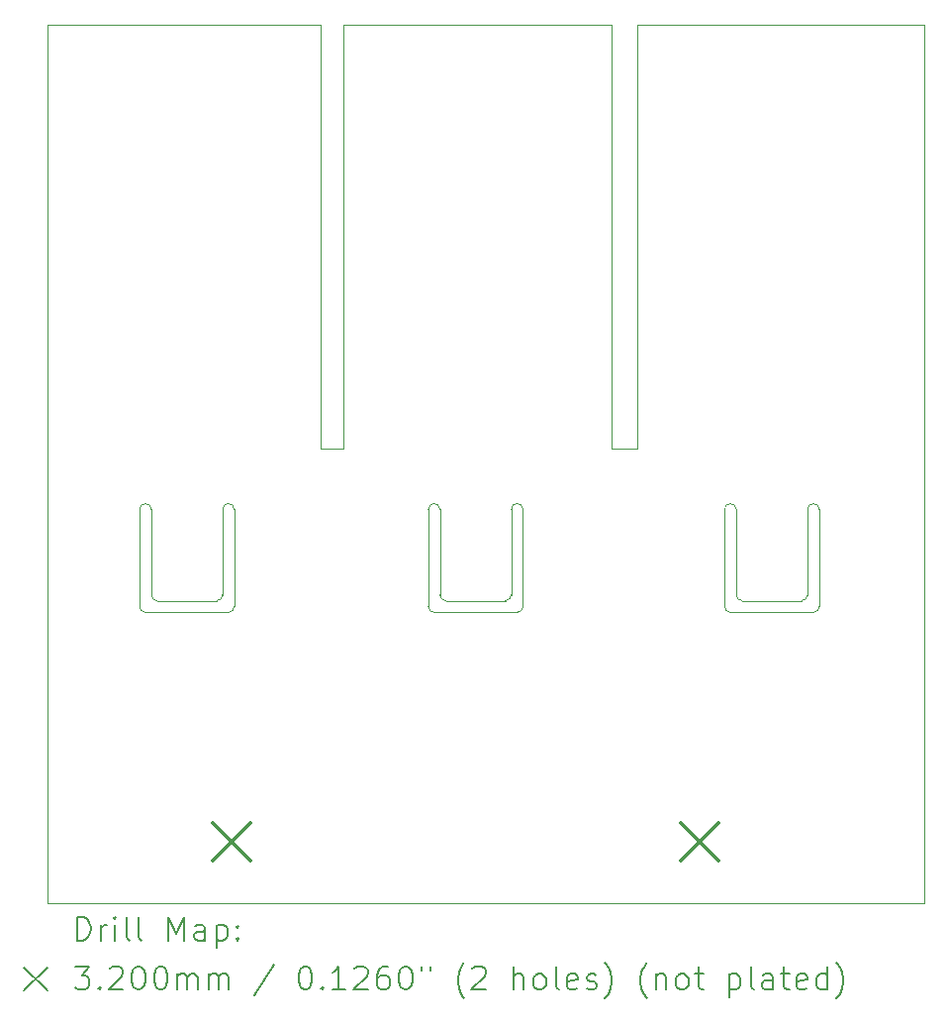
<source format=gbr>
%FSLAX45Y45*%
G04 Gerber Fmt 4.5, Leading zero omitted, Abs format (unit mm)*
G04 Created by KiCad (PCBNEW (6.0.6)) date 2022-08-29 09:34:28*
%MOMM*%
%LPD*%
G01*
G04 APERTURE LIST*
%TA.AperFunction,Profile*%
%ADD10C,0.100000*%
%TD*%
%ADD11C,0.200000*%
%ADD12C,0.320000*%
G04 APERTURE END LIST*
D10*
X5704000Y-7290000D02*
X6414000Y-7290000D01*
X2397760Y-9677400D02*
X2397760Y-9779000D01*
X5804000Y-7190000D02*
X6314000Y-7190000D01*
X8899000Y-6410000D02*
X8899000Y-7140000D01*
X3894000Y-6410000D02*
X3894000Y-7140000D01*
X5654000Y-7240000D02*
G75*
G03*
X5704000Y-7290000I50000J0D01*
G01*
X8289000Y-6410000D02*
G75*
G03*
X8189000Y-6410000I-50000J0D01*
G01*
X2397760Y-9677400D02*
X2397760Y-8544560D01*
X6464000Y-6410000D02*
X6464000Y-7240000D01*
X6364000Y-6410000D02*
X6364000Y-7140000D01*
X3334000Y-7190000D02*
X3844000Y-7190000D01*
X3284000Y-7140000D02*
G75*
G03*
X3334000Y-7190000I50000J0D01*
G01*
X3184000Y-7240000D02*
G75*
G03*
X3234000Y-7290000I50000J0D01*
G01*
X3844000Y-7190000D02*
G75*
G03*
X3894000Y-7140000I0J50000D01*
G01*
X3284000Y-6410000D02*
X3284000Y-7140000D01*
X4730000Y-5890000D02*
X4930000Y-5890000D01*
X3994000Y-6410000D02*
G75*
G03*
X3894000Y-6410000I-50000J0D01*
G01*
X8949000Y-7290000D02*
G75*
G03*
X8999000Y-7240000I0J50000D01*
G01*
X7220000Y-5890000D02*
X7440000Y-5890000D01*
X2397760Y-2270000D02*
X4730000Y-2270000D01*
X3234000Y-7290000D02*
X3944000Y-7290000D01*
X8239000Y-7290000D02*
X8949000Y-7290000D01*
X7220000Y-2270000D02*
X7220000Y-5890000D01*
X8189000Y-6410000D02*
X8189000Y-7240000D01*
X9900920Y-2270000D02*
X9900920Y-9677400D01*
X3184000Y-6410000D02*
X3184000Y-7240000D01*
X4730000Y-2270000D02*
X4730000Y-5890000D01*
X9900920Y-9677400D02*
X9900920Y-9779000D01*
X3994000Y-6410000D02*
X3994000Y-7240000D01*
X3944000Y-7290000D02*
G75*
G03*
X3994000Y-7240000I0J50000D01*
G01*
X5654000Y-6410000D02*
X5654000Y-7240000D01*
X7440000Y-5890000D02*
X7440000Y-2270000D01*
X3284000Y-6410000D02*
G75*
G03*
X3184000Y-6410000I-50000J0D01*
G01*
X5754000Y-7140000D02*
G75*
G03*
X5804000Y-7190000I50000J0D01*
G01*
X6414000Y-7290000D02*
G75*
G03*
X6464000Y-7240000I0J50000D01*
G01*
X8999000Y-6410000D02*
G75*
G03*
X8899000Y-6410000I-50000J0D01*
G01*
X8999000Y-6410000D02*
X8999000Y-7240000D01*
X5754000Y-6410000D02*
X5754000Y-7140000D01*
X8289000Y-7140000D02*
G75*
G03*
X8339000Y-7190000I50000J0D01*
G01*
X9900920Y-9779000D02*
X2397760Y-9779000D01*
X8289000Y-6410000D02*
X8289000Y-7140000D01*
X6314000Y-7190000D02*
G75*
G03*
X6364000Y-7140000I0J50000D01*
G01*
X6464000Y-6410000D02*
G75*
G03*
X6364000Y-6410000I-50000J0D01*
G01*
X4930000Y-2270000D02*
X7220000Y-2270000D01*
X8339000Y-7190000D02*
X8849000Y-7190000D01*
X5754000Y-6410000D02*
G75*
G03*
X5654000Y-6410000I-50000J0D01*
G01*
X8849000Y-7190000D02*
G75*
G03*
X8899000Y-7140000I0J50000D01*
G01*
X7440000Y-2270000D02*
X9900920Y-2270000D01*
X4930000Y-5890000D02*
X4930000Y-2270000D01*
X8189000Y-7240000D02*
G75*
G03*
X8239000Y-7290000I50000J0D01*
G01*
X2397760Y-8544560D02*
X2397760Y-2270000D01*
D11*
D12*
X3810020Y-9088140D02*
X4130020Y-9408140D01*
X4130020Y-9088140D02*
X3810020Y-9408140D01*
X7813060Y-9088140D02*
X8133060Y-9408140D01*
X8133060Y-9088140D02*
X7813060Y-9408140D01*
D11*
X2650379Y-10094476D02*
X2650379Y-9894476D01*
X2697998Y-9894476D01*
X2726570Y-9904000D01*
X2745617Y-9923048D01*
X2755141Y-9942095D01*
X2764665Y-9980190D01*
X2764665Y-10008762D01*
X2755141Y-10046857D01*
X2745617Y-10065905D01*
X2726570Y-10084952D01*
X2697998Y-10094476D01*
X2650379Y-10094476D01*
X2850379Y-10094476D02*
X2850379Y-9961143D01*
X2850379Y-9999238D02*
X2859903Y-9980190D01*
X2869427Y-9970667D01*
X2888474Y-9961143D01*
X2907522Y-9961143D01*
X2974188Y-10094476D02*
X2974188Y-9961143D01*
X2974188Y-9894476D02*
X2964665Y-9904000D01*
X2974188Y-9913524D01*
X2983712Y-9904000D01*
X2974188Y-9894476D01*
X2974188Y-9913524D01*
X3097998Y-10094476D02*
X3078950Y-10084952D01*
X3069427Y-10065905D01*
X3069427Y-9894476D01*
X3202760Y-10094476D02*
X3183712Y-10084952D01*
X3174188Y-10065905D01*
X3174188Y-9894476D01*
X3431331Y-10094476D02*
X3431331Y-9894476D01*
X3497998Y-10037333D01*
X3564665Y-9894476D01*
X3564665Y-10094476D01*
X3745617Y-10094476D02*
X3745617Y-9989714D01*
X3736093Y-9970667D01*
X3717046Y-9961143D01*
X3678950Y-9961143D01*
X3659903Y-9970667D01*
X3745617Y-10084952D02*
X3726569Y-10094476D01*
X3678950Y-10094476D01*
X3659903Y-10084952D01*
X3650379Y-10065905D01*
X3650379Y-10046857D01*
X3659903Y-10027810D01*
X3678950Y-10018286D01*
X3726569Y-10018286D01*
X3745617Y-10008762D01*
X3840855Y-9961143D02*
X3840855Y-10161143D01*
X3840855Y-9970667D02*
X3859903Y-9961143D01*
X3897998Y-9961143D01*
X3917046Y-9970667D01*
X3926569Y-9980190D01*
X3936093Y-9999238D01*
X3936093Y-10056381D01*
X3926569Y-10075429D01*
X3917046Y-10084952D01*
X3897998Y-10094476D01*
X3859903Y-10094476D01*
X3840855Y-10084952D01*
X4021808Y-10075429D02*
X4031331Y-10084952D01*
X4021808Y-10094476D01*
X4012284Y-10084952D01*
X4021808Y-10075429D01*
X4021808Y-10094476D01*
X4021808Y-9970667D02*
X4031331Y-9980190D01*
X4021808Y-9989714D01*
X4012284Y-9980190D01*
X4021808Y-9970667D01*
X4021808Y-9989714D01*
X2192760Y-10324000D02*
X2392760Y-10524000D01*
X2392760Y-10324000D02*
X2192760Y-10524000D01*
X2631331Y-10314476D02*
X2755141Y-10314476D01*
X2688474Y-10390667D01*
X2717046Y-10390667D01*
X2736093Y-10400190D01*
X2745617Y-10409714D01*
X2755141Y-10428762D01*
X2755141Y-10476381D01*
X2745617Y-10495429D01*
X2736093Y-10504952D01*
X2717046Y-10514476D01*
X2659903Y-10514476D01*
X2640855Y-10504952D01*
X2631331Y-10495429D01*
X2840855Y-10495429D02*
X2850379Y-10504952D01*
X2840855Y-10514476D01*
X2831331Y-10504952D01*
X2840855Y-10495429D01*
X2840855Y-10514476D01*
X2926569Y-10333524D02*
X2936093Y-10324000D01*
X2955141Y-10314476D01*
X3002760Y-10314476D01*
X3021808Y-10324000D01*
X3031331Y-10333524D01*
X3040855Y-10352571D01*
X3040855Y-10371619D01*
X3031331Y-10400190D01*
X2917046Y-10514476D01*
X3040855Y-10514476D01*
X3164665Y-10314476D02*
X3183712Y-10314476D01*
X3202760Y-10324000D01*
X3212284Y-10333524D01*
X3221808Y-10352571D01*
X3231331Y-10390667D01*
X3231331Y-10438286D01*
X3221808Y-10476381D01*
X3212284Y-10495429D01*
X3202760Y-10504952D01*
X3183712Y-10514476D01*
X3164665Y-10514476D01*
X3145617Y-10504952D01*
X3136093Y-10495429D01*
X3126569Y-10476381D01*
X3117046Y-10438286D01*
X3117046Y-10390667D01*
X3126569Y-10352571D01*
X3136093Y-10333524D01*
X3145617Y-10324000D01*
X3164665Y-10314476D01*
X3355141Y-10314476D02*
X3374188Y-10314476D01*
X3393236Y-10324000D01*
X3402760Y-10333524D01*
X3412284Y-10352571D01*
X3421808Y-10390667D01*
X3421808Y-10438286D01*
X3412284Y-10476381D01*
X3402760Y-10495429D01*
X3393236Y-10504952D01*
X3374188Y-10514476D01*
X3355141Y-10514476D01*
X3336093Y-10504952D01*
X3326569Y-10495429D01*
X3317046Y-10476381D01*
X3307522Y-10438286D01*
X3307522Y-10390667D01*
X3317046Y-10352571D01*
X3326569Y-10333524D01*
X3336093Y-10324000D01*
X3355141Y-10314476D01*
X3507522Y-10514476D02*
X3507522Y-10381143D01*
X3507522Y-10400190D02*
X3517046Y-10390667D01*
X3536093Y-10381143D01*
X3564665Y-10381143D01*
X3583712Y-10390667D01*
X3593236Y-10409714D01*
X3593236Y-10514476D01*
X3593236Y-10409714D02*
X3602760Y-10390667D01*
X3621808Y-10381143D01*
X3650379Y-10381143D01*
X3669427Y-10390667D01*
X3678950Y-10409714D01*
X3678950Y-10514476D01*
X3774188Y-10514476D02*
X3774188Y-10381143D01*
X3774188Y-10400190D02*
X3783712Y-10390667D01*
X3802760Y-10381143D01*
X3831331Y-10381143D01*
X3850379Y-10390667D01*
X3859903Y-10409714D01*
X3859903Y-10514476D01*
X3859903Y-10409714D02*
X3869427Y-10390667D01*
X3888474Y-10381143D01*
X3917046Y-10381143D01*
X3936093Y-10390667D01*
X3945617Y-10409714D01*
X3945617Y-10514476D01*
X4336093Y-10304952D02*
X4164665Y-10562095D01*
X4593236Y-10314476D02*
X4612284Y-10314476D01*
X4631331Y-10324000D01*
X4640855Y-10333524D01*
X4650379Y-10352571D01*
X4659903Y-10390667D01*
X4659903Y-10438286D01*
X4650379Y-10476381D01*
X4640855Y-10495429D01*
X4631331Y-10504952D01*
X4612284Y-10514476D01*
X4593236Y-10514476D01*
X4574189Y-10504952D01*
X4564665Y-10495429D01*
X4555141Y-10476381D01*
X4545617Y-10438286D01*
X4545617Y-10390667D01*
X4555141Y-10352571D01*
X4564665Y-10333524D01*
X4574189Y-10324000D01*
X4593236Y-10314476D01*
X4745617Y-10495429D02*
X4755141Y-10504952D01*
X4745617Y-10514476D01*
X4736093Y-10504952D01*
X4745617Y-10495429D01*
X4745617Y-10514476D01*
X4945617Y-10514476D02*
X4831331Y-10514476D01*
X4888474Y-10514476D02*
X4888474Y-10314476D01*
X4869427Y-10343048D01*
X4850379Y-10362095D01*
X4831331Y-10371619D01*
X5021808Y-10333524D02*
X5031331Y-10324000D01*
X5050379Y-10314476D01*
X5097998Y-10314476D01*
X5117046Y-10324000D01*
X5126570Y-10333524D01*
X5136093Y-10352571D01*
X5136093Y-10371619D01*
X5126570Y-10400190D01*
X5012284Y-10514476D01*
X5136093Y-10514476D01*
X5307522Y-10314476D02*
X5269427Y-10314476D01*
X5250379Y-10324000D01*
X5240855Y-10333524D01*
X5221808Y-10362095D01*
X5212284Y-10400190D01*
X5212284Y-10476381D01*
X5221808Y-10495429D01*
X5231331Y-10504952D01*
X5250379Y-10514476D01*
X5288474Y-10514476D01*
X5307522Y-10504952D01*
X5317046Y-10495429D01*
X5326570Y-10476381D01*
X5326570Y-10428762D01*
X5317046Y-10409714D01*
X5307522Y-10400190D01*
X5288474Y-10390667D01*
X5250379Y-10390667D01*
X5231331Y-10400190D01*
X5221808Y-10409714D01*
X5212284Y-10428762D01*
X5450379Y-10314476D02*
X5469427Y-10314476D01*
X5488474Y-10324000D01*
X5497998Y-10333524D01*
X5507522Y-10352571D01*
X5517046Y-10390667D01*
X5517046Y-10438286D01*
X5507522Y-10476381D01*
X5497998Y-10495429D01*
X5488474Y-10504952D01*
X5469427Y-10514476D01*
X5450379Y-10514476D01*
X5431331Y-10504952D01*
X5421808Y-10495429D01*
X5412284Y-10476381D01*
X5402760Y-10438286D01*
X5402760Y-10390667D01*
X5412284Y-10352571D01*
X5421808Y-10333524D01*
X5431331Y-10324000D01*
X5450379Y-10314476D01*
X5593236Y-10314476D02*
X5593236Y-10352571D01*
X5669427Y-10314476D02*
X5669427Y-10352571D01*
X5964665Y-10590667D02*
X5955141Y-10581143D01*
X5936093Y-10552571D01*
X5926569Y-10533524D01*
X5917046Y-10504952D01*
X5907522Y-10457333D01*
X5907522Y-10419238D01*
X5917046Y-10371619D01*
X5926569Y-10343048D01*
X5936093Y-10324000D01*
X5955141Y-10295429D01*
X5964665Y-10285905D01*
X6031331Y-10333524D02*
X6040855Y-10324000D01*
X6059903Y-10314476D01*
X6107522Y-10314476D01*
X6126569Y-10324000D01*
X6136093Y-10333524D01*
X6145617Y-10352571D01*
X6145617Y-10371619D01*
X6136093Y-10400190D01*
X6021808Y-10514476D01*
X6145617Y-10514476D01*
X6383712Y-10514476D02*
X6383712Y-10314476D01*
X6469427Y-10514476D02*
X6469427Y-10409714D01*
X6459903Y-10390667D01*
X6440855Y-10381143D01*
X6412284Y-10381143D01*
X6393236Y-10390667D01*
X6383712Y-10400190D01*
X6593236Y-10514476D02*
X6574188Y-10504952D01*
X6564665Y-10495429D01*
X6555141Y-10476381D01*
X6555141Y-10419238D01*
X6564665Y-10400190D01*
X6574188Y-10390667D01*
X6593236Y-10381143D01*
X6621808Y-10381143D01*
X6640855Y-10390667D01*
X6650379Y-10400190D01*
X6659903Y-10419238D01*
X6659903Y-10476381D01*
X6650379Y-10495429D01*
X6640855Y-10504952D01*
X6621808Y-10514476D01*
X6593236Y-10514476D01*
X6774188Y-10514476D02*
X6755141Y-10504952D01*
X6745617Y-10485905D01*
X6745617Y-10314476D01*
X6926569Y-10504952D02*
X6907522Y-10514476D01*
X6869427Y-10514476D01*
X6850379Y-10504952D01*
X6840855Y-10485905D01*
X6840855Y-10409714D01*
X6850379Y-10390667D01*
X6869427Y-10381143D01*
X6907522Y-10381143D01*
X6926569Y-10390667D01*
X6936093Y-10409714D01*
X6936093Y-10428762D01*
X6840855Y-10447810D01*
X7012284Y-10504952D02*
X7031331Y-10514476D01*
X7069427Y-10514476D01*
X7088474Y-10504952D01*
X7097998Y-10485905D01*
X7097998Y-10476381D01*
X7088474Y-10457333D01*
X7069427Y-10447810D01*
X7040855Y-10447810D01*
X7021808Y-10438286D01*
X7012284Y-10419238D01*
X7012284Y-10409714D01*
X7021808Y-10390667D01*
X7040855Y-10381143D01*
X7069427Y-10381143D01*
X7088474Y-10390667D01*
X7164665Y-10590667D02*
X7174188Y-10581143D01*
X7193236Y-10552571D01*
X7202760Y-10533524D01*
X7212284Y-10504952D01*
X7221808Y-10457333D01*
X7221808Y-10419238D01*
X7212284Y-10371619D01*
X7202760Y-10343048D01*
X7193236Y-10324000D01*
X7174188Y-10295429D01*
X7164665Y-10285905D01*
X7526569Y-10590667D02*
X7517046Y-10581143D01*
X7497998Y-10552571D01*
X7488474Y-10533524D01*
X7478950Y-10504952D01*
X7469427Y-10457333D01*
X7469427Y-10419238D01*
X7478950Y-10371619D01*
X7488474Y-10343048D01*
X7497998Y-10324000D01*
X7517046Y-10295429D01*
X7526569Y-10285905D01*
X7602760Y-10381143D02*
X7602760Y-10514476D01*
X7602760Y-10400190D02*
X7612284Y-10390667D01*
X7631331Y-10381143D01*
X7659903Y-10381143D01*
X7678950Y-10390667D01*
X7688474Y-10409714D01*
X7688474Y-10514476D01*
X7812284Y-10514476D02*
X7793236Y-10504952D01*
X7783712Y-10495429D01*
X7774188Y-10476381D01*
X7774188Y-10419238D01*
X7783712Y-10400190D01*
X7793236Y-10390667D01*
X7812284Y-10381143D01*
X7840855Y-10381143D01*
X7859903Y-10390667D01*
X7869427Y-10400190D01*
X7878950Y-10419238D01*
X7878950Y-10476381D01*
X7869427Y-10495429D01*
X7859903Y-10504952D01*
X7840855Y-10514476D01*
X7812284Y-10514476D01*
X7936093Y-10381143D02*
X8012284Y-10381143D01*
X7964665Y-10314476D02*
X7964665Y-10485905D01*
X7974188Y-10504952D01*
X7993236Y-10514476D01*
X8012284Y-10514476D01*
X8231331Y-10381143D02*
X8231331Y-10581143D01*
X8231331Y-10390667D02*
X8250379Y-10381143D01*
X8288474Y-10381143D01*
X8307522Y-10390667D01*
X8317046Y-10400190D01*
X8326569Y-10419238D01*
X8326569Y-10476381D01*
X8317046Y-10495429D01*
X8307522Y-10504952D01*
X8288474Y-10514476D01*
X8250379Y-10514476D01*
X8231331Y-10504952D01*
X8440855Y-10514476D02*
X8421808Y-10504952D01*
X8412284Y-10485905D01*
X8412284Y-10314476D01*
X8602760Y-10514476D02*
X8602760Y-10409714D01*
X8593236Y-10390667D01*
X8574189Y-10381143D01*
X8536093Y-10381143D01*
X8517046Y-10390667D01*
X8602760Y-10504952D02*
X8583712Y-10514476D01*
X8536093Y-10514476D01*
X8517046Y-10504952D01*
X8507522Y-10485905D01*
X8507522Y-10466857D01*
X8517046Y-10447810D01*
X8536093Y-10438286D01*
X8583712Y-10438286D01*
X8602760Y-10428762D01*
X8669427Y-10381143D02*
X8745617Y-10381143D01*
X8697998Y-10314476D02*
X8697998Y-10485905D01*
X8707522Y-10504952D01*
X8726570Y-10514476D01*
X8745617Y-10514476D01*
X8888474Y-10504952D02*
X8869427Y-10514476D01*
X8831331Y-10514476D01*
X8812284Y-10504952D01*
X8802760Y-10485905D01*
X8802760Y-10409714D01*
X8812284Y-10390667D01*
X8831331Y-10381143D01*
X8869427Y-10381143D01*
X8888474Y-10390667D01*
X8897998Y-10409714D01*
X8897998Y-10428762D01*
X8802760Y-10447810D01*
X9069427Y-10514476D02*
X9069427Y-10314476D01*
X9069427Y-10504952D02*
X9050379Y-10514476D01*
X9012284Y-10514476D01*
X8993236Y-10504952D01*
X8983712Y-10495429D01*
X8974189Y-10476381D01*
X8974189Y-10419238D01*
X8983712Y-10400190D01*
X8993236Y-10390667D01*
X9012284Y-10381143D01*
X9050379Y-10381143D01*
X9069427Y-10390667D01*
X9145617Y-10590667D02*
X9155141Y-10581143D01*
X9174189Y-10552571D01*
X9183712Y-10533524D01*
X9193236Y-10504952D01*
X9202760Y-10457333D01*
X9202760Y-10419238D01*
X9193236Y-10371619D01*
X9183712Y-10343048D01*
X9174189Y-10324000D01*
X9155141Y-10295429D01*
X9145617Y-10285905D01*
M02*

</source>
